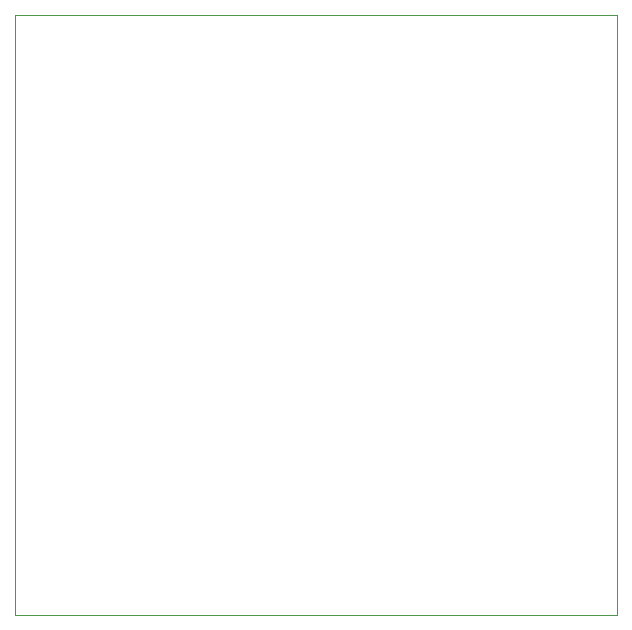
<source format=gbr>
%TF.GenerationSoftware,Altium Limited,Altium Designer,18.1.9 (240)*%
G04 Layer_Color=0*
%FSLAX26Y26*%
%MOIN*%
%TF.FileFunction,Profile,NP*%
%TF.Part,Single*%
G01*
G75*
%TA.AperFunction,Profile*%
%ADD68C,0.001000*%
D68*
X2675000Y2170000D02*
X4680000D01*
Y4170000D01*
X2675000D01*
Y2170000D01*
%TF.MD5,f90a88f0206d15a4a68afa5062c40a28*%
M02*

</source>
